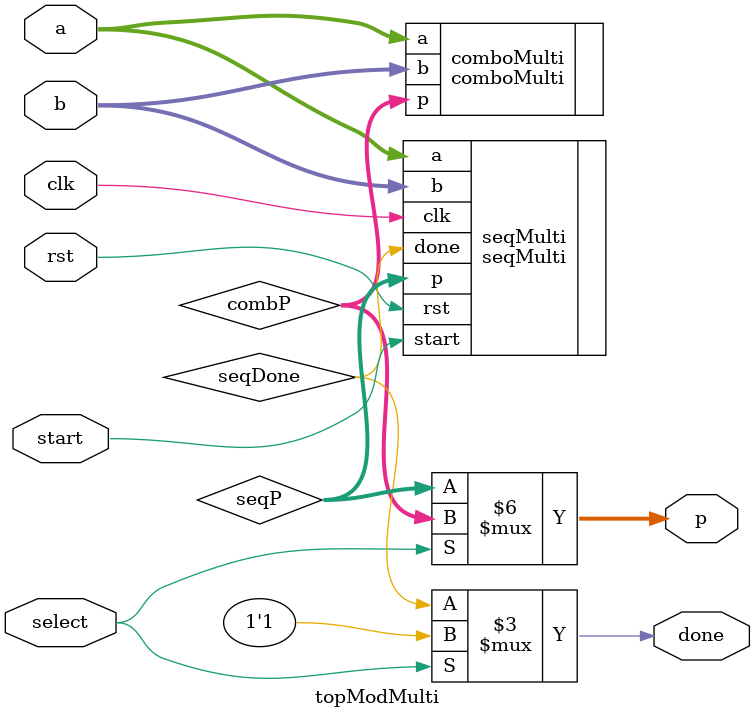
<source format=v>
`timescale 1ns / 1ps


module topModMulti (
    input clk,                   
    input rst,               
    input start,                
    input select,               
    input [7:0] a,              
    input [7:0] b,              
    output reg [15:0] p,  
    output reg done         
//    output [6:0] seg,            
//    output [3:0] anodes         
);

    wire [15:0] seqP;
    wire [15:0] combP;
    wire seqDone;

    //sequential multi inst
    seqMulti seqMulti (
        .clk(clk),
        .rst(rst),
        .start(start),
        .a(a),
        .b(b),
        .p(seqP),
        .done(seqDone)
    );

    // Combinational Instance
    comboMulti comboMulti (
        .a(a),
        .b(b),
        .p(combP)
    );

   
    always @(*) begin
        if (select) begin
            // Combinational  
            p = combP;
            done = 1; // Combinational is instantaneous
        end else begin
            // Sequential  
            p = seqP;
            done = seqDone;
        end
    end

//    // 7-segment display logic (Multiplexed)
//    sevenSeg display (
//        .clk(clk),
//        .p(p),
//        .seg(seg),          
//        .anodes(anodes)     
//    );

endmodule

</source>
